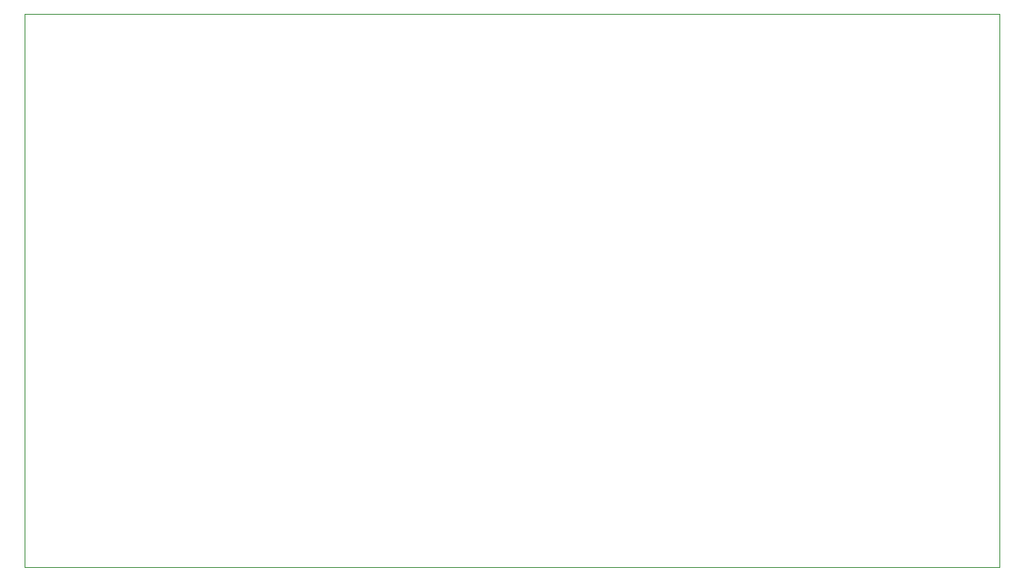
<source format=gbr>
%TF.GenerationSoftware,Altium Limited,Altium Designer,21.8.1 (53)*%
G04 Layer_Color=0*
%FSLAX45Y45*%
%MOMM*%
%TF.SameCoordinates,046F884E-5673-4B57-908A-D09F833A34A9*%
%TF.FilePolarity,Positive*%
%TF.FileFunction,Profile,NP*%
%TF.Part,Single*%
G01*
G75*
%TA.AperFunction,Profile*%
%ADD39C,0.02540*%
D39*
X8125000Y6000000D02*
Y11725000D01*
X18200000D01*
Y6000000D01*
X8125000D01*
%TF.MD5,8e44b334d95cc4efd93f33ca96cafe6a*%
M02*

</source>
